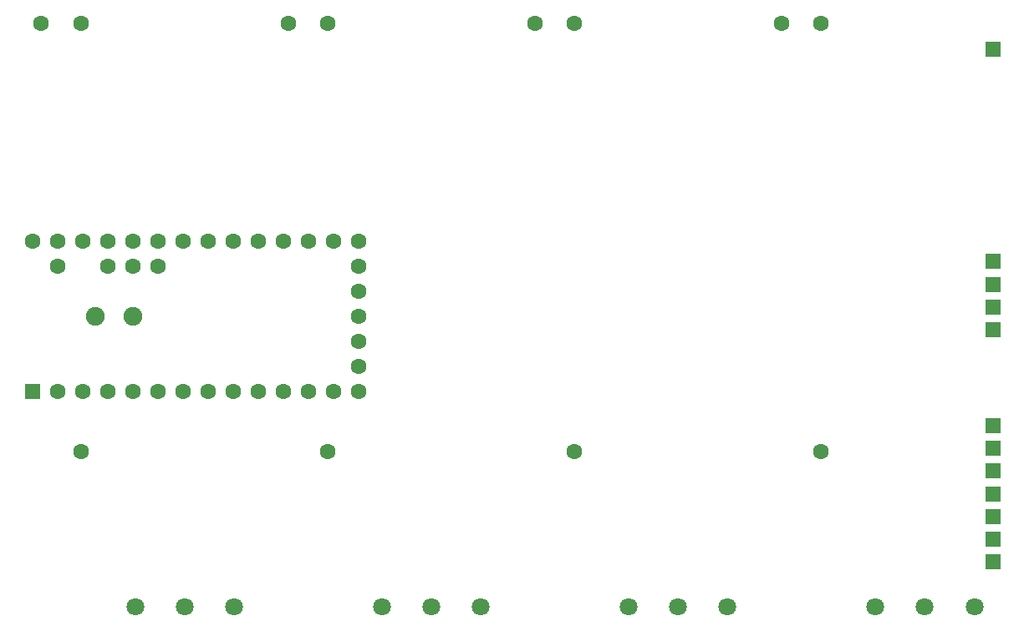
<source format=gbr>
%TF.GenerationSoftware,KiCad,Pcbnew,(6.0.4)*%
%TF.CreationDate,2022-06-07T12:50:28-04:00*%
%TF.ProjectId,midimania,6d696469-6d61-46e6-9961-2e6b69636164,rev?*%
%TF.SameCoordinates,Original*%
%TF.FileFunction,Soldermask,Top*%
%TF.FilePolarity,Negative*%
%FSLAX46Y46*%
G04 Gerber Fmt 4.6, Leading zero omitted, Abs format (unit mm)*
G04 Created by KiCad (PCBNEW (6.0.4)) date 2022-06-07 12:50:28*
%MOMM*%
%LPD*%
G01*
G04 APERTURE LIST*
%ADD10R,1.500000X1.500000*%
%ADD11C,1.600000*%
%ADD12C,1.800000*%
%ADD13R,1.600000X1.600000*%
%ADD14C,1.900000*%
G04 APERTURE END LIST*
D10*
%TO.C,J9*%
X199761300Y-121000000D03*
%TD*%
D11*
%TO.C,RV6*%
X132400000Y-73243000D03*
X128400000Y-73243000D03*
X132400000Y-116743000D03*
%TD*%
D10*
%TO.C,J8*%
X199761285Y-118693000D03*
%TD*%
D12*
%TO.C,RV4*%
X187900000Y-132493000D03*
X192900000Y-132493000D03*
X197900000Y-132493000D03*
%TD*%
D11*
%TO.C,RV5*%
X107400000Y-73243000D03*
X103400000Y-73243000D03*
X107400000Y-116743000D03*
%TD*%
D10*
%TO.C,J11*%
X199761285Y-125593000D03*
%TD*%
%TO.C,J7*%
X199761285Y-116393000D03*
%TD*%
D11*
%TO.C,RV8*%
X182400000Y-73243000D03*
X178400000Y-73243000D03*
X182400000Y-116743000D03*
%TD*%
D10*
%TO.C,J10*%
X199761285Y-123293000D03*
%TD*%
D12*
%TO.C,RV2*%
X137900000Y-132493000D03*
X142900000Y-132493000D03*
X147900000Y-132493000D03*
%TD*%
D10*
%TO.C,J3*%
X199761285Y-99743000D03*
%TD*%
%TO.C,J12*%
X199761285Y-127893000D03*
%TD*%
%TO.C,J2*%
X199761285Y-97443000D03*
%TD*%
%TO.C,J5*%
X199761285Y-104343000D03*
%TD*%
D13*
%TO.C,U1*%
X102490000Y-110620000D03*
D11*
X105030000Y-110620000D03*
X107570000Y-110620000D03*
X110110000Y-110620000D03*
X112650000Y-110620000D03*
X115190000Y-110620000D03*
X117730000Y-110620000D03*
X120270000Y-110620000D03*
X122810000Y-110620000D03*
X125350000Y-110620000D03*
X127890000Y-110620000D03*
X130430000Y-110620000D03*
X132970000Y-110620000D03*
X135510000Y-110620000D03*
X135510000Y-108080000D03*
X135510000Y-105540000D03*
X135510000Y-103000000D03*
X135510000Y-100460000D03*
X135510000Y-97920000D03*
X135510000Y-95380000D03*
X132970000Y-95380000D03*
X130430000Y-95380000D03*
X127890000Y-95380000D03*
X125350000Y-95380000D03*
X122810000Y-95380000D03*
X120270000Y-95380000D03*
X117730000Y-95380000D03*
X115190000Y-95380000D03*
X112650000Y-95380000D03*
X110110000Y-95380000D03*
X107570000Y-95380000D03*
X105030000Y-95380000D03*
X102490000Y-95380000D03*
X105030000Y-97920000D03*
X110110000Y-97920000D03*
X112650000Y-97920000D03*
X115190000Y-97920000D03*
D14*
X112650000Y-103000000D03*
X108840000Y-103000000D03*
%TD*%
D10*
%TO.C,J4*%
X199761285Y-102043000D03*
%TD*%
%TO.C,J1*%
X199761285Y-75893000D03*
%TD*%
D12*
%TO.C,RV3*%
X162900000Y-132493000D03*
X167900000Y-132493000D03*
X172900000Y-132493000D03*
%TD*%
D11*
%TO.C,RV7*%
X157400000Y-73243000D03*
X153400000Y-73243000D03*
X157400000Y-116743000D03*
%TD*%
D12*
%TO.C,RV1*%
X112900000Y-132493000D03*
X117900000Y-132493000D03*
X122900000Y-132493000D03*
%TD*%
D10*
%TO.C,J6*%
X199761285Y-114093000D03*
%TD*%
M02*

</source>
